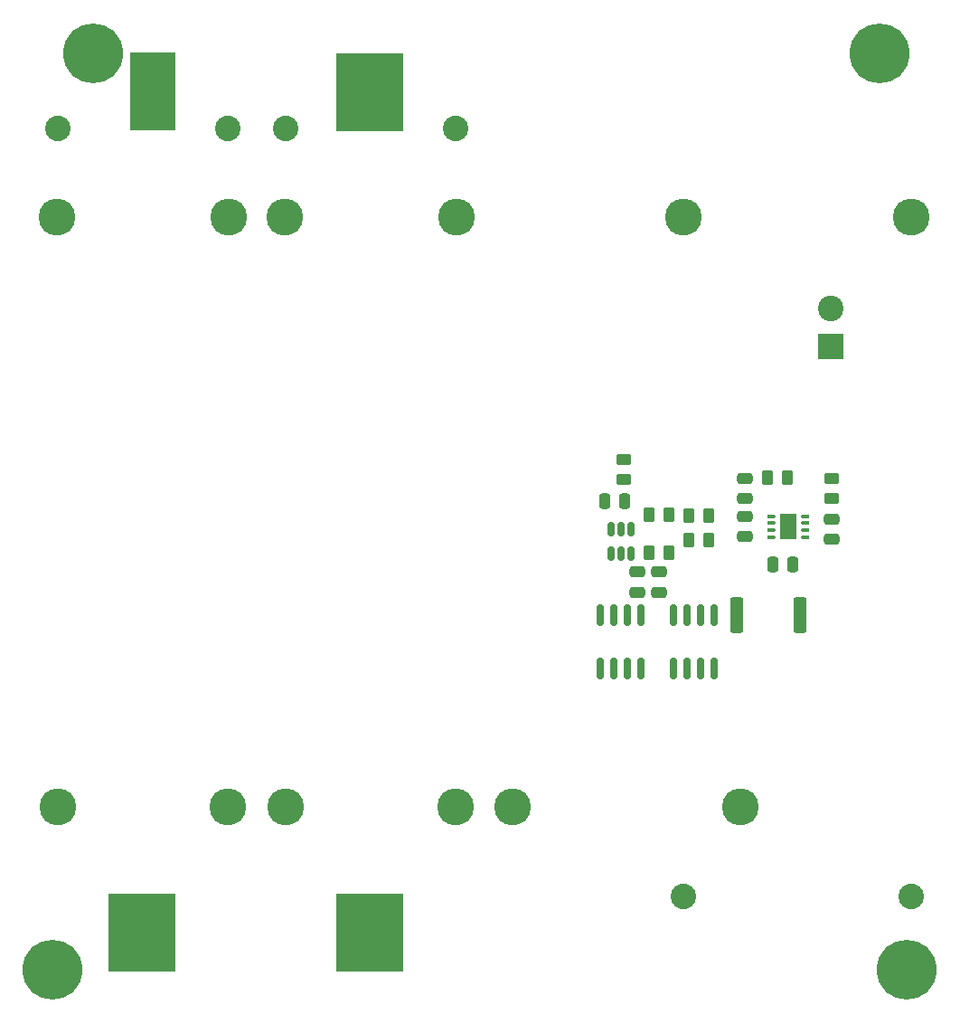
<source format=gbr>
%TF.GenerationSoftware,KiCad,Pcbnew,6.0.9*%
%TF.CreationDate,2022-12-12T20:01:49-05:00*%
%TF.ProjectId,piridium-eps,70697269-6469-4756-9d2d-6570732e6b69,rev?*%
%TF.SameCoordinates,Original*%
%TF.FileFunction,Soldermask,Top*%
%TF.FilePolarity,Negative*%
%FSLAX46Y46*%
G04 Gerber Fmt 4.6, Leading zero omitted, Abs format (unit mm)*
G04 Created by KiCad (PCBNEW 6.0.9) date 2022-12-12 20:01:49*
%MOMM*%
%LPD*%
G01*
G04 APERTURE LIST*
G04 Aperture macros list*
%AMRoundRect*
0 Rectangle with rounded corners*
0 $1 Rounding radius*
0 $2 $3 $4 $5 $6 $7 $8 $9 X,Y pos of 4 corners*
0 Add a 4 corners polygon primitive as box body*
4,1,4,$2,$3,$4,$5,$6,$7,$8,$9,$2,$3,0*
0 Add four circle primitives for the rounded corners*
1,1,$1+$1,$2,$3*
1,1,$1+$1,$4,$5*
1,1,$1+$1,$6,$7*
1,1,$1+$1,$8,$9*
0 Add four rect primitives between the rounded corners*
20,1,$1+$1,$2,$3,$4,$5,0*
20,1,$1+$1,$4,$5,$6,$7,0*
20,1,$1+$1,$6,$7,$8,$9,0*
20,1,$1+$1,$8,$9,$2,$3,0*%
G04 Aperture macros list end*
%ADD10C,5.600000*%
%ADD11RoundRect,0.250000X0.475000X-0.250000X0.475000X0.250000X-0.475000X0.250000X-0.475000X-0.250000X0*%
%ADD12RoundRect,0.250000X0.250000X0.475000X-0.250000X0.475000X-0.250000X-0.475000X0.250000X-0.475000X0*%
%ADD13RoundRect,0.250000X-0.475000X0.250000X-0.475000X-0.250000X0.475000X-0.250000X0.475000X0.250000X0*%
%ADD14RoundRect,0.150000X-0.150000X0.825000X-0.150000X-0.825000X0.150000X-0.825000X0.150000X0.825000X0*%
%ADD15RoundRect,0.250000X-0.262500X-0.450000X0.262500X-0.450000X0.262500X0.450000X-0.262500X0.450000X0*%
%ADD16RoundRect,0.250000X0.262500X0.450000X-0.262500X0.450000X-0.262500X-0.450000X0.262500X-0.450000X0*%
%ADD17RoundRect,0.250000X-0.250000X-0.475000X0.250000X-0.475000X0.250000X0.475000X-0.250000X0.475000X0*%
%ADD18C,2.390000*%
%ADD19C,3.450000*%
%ADD20R,4.318000X7.340000*%
%ADD21R,6.350000X7.340000*%
%ADD22R,2.400000X2.400000*%
%ADD23C,2.400000*%
%ADD24RoundRect,0.250000X-0.450000X0.262500X-0.450000X-0.262500X0.450000X-0.262500X0.450000X0.262500X0*%
%ADD25RoundRect,0.250000X-0.362500X-1.425000X0.362500X-1.425000X0.362500X1.425000X-0.362500X1.425000X0*%
%ADD26RoundRect,0.150000X0.150000X-0.512500X0.150000X0.512500X-0.150000X0.512500X-0.150000X-0.512500X0*%
%ADD27O,0.650000X0.400000*%
%ADD28R,0.300000X0.400000*%
%ADD29R,0.650000X1.000000*%
%ADD30R,1.650000X2.400000*%
G04 APERTURE END LIST*
D10*
%TO.C,MH1*%
X110490000Y-55880000D03*
%TD*%
%TO.C,MH2*%
X184150000Y-55880000D03*
%TD*%
%TO.C,MH3*%
X186690000Y-141610000D03*
%TD*%
%TO.C,MH4*%
X106680000Y-141610000D03*
%TD*%
D11*
%TO.C,C7*%
X161417000Y-106295000D03*
X161417000Y-104395000D03*
%TD*%
D12*
%TO.C,C6*%
X160269000Y-97725000D03*
X158369000Y-97725000D03*
%TD*%
D13*
%TO.C,C1*%
X179646500Y-99444500D03*
X179646500Y-101344500D03*
%TD*%
D14*
%TO.C,Q2*%
X168656000Y-108458000D03*
X167386000Y-108458000D03*
X166116000Y-108458000D03*
X164846000Y-108458000D03*
X164846000Y-113408000D03*
X166116000Y-113408000D03*
X167386000Y-113408000D03*
X168656000Y-113408000D03*
%TD*%
D15*
%TO.C,R7*%
X162536500Y-102551000D03*
X164361500Y-102551000D03*
%TD*%
D13*
%TO.C,C2*%
X171518500Y-95634500D03*
X171518500Y-97534500D03*
%TD*%
D15*
%TO.C,R3*%
X166288000Y-99124500D03*
X168113000Y-99124500D03*
%TD*%
D16*
%TO.C,R5*%
X164361500Y-98995000D03*
X162536500Y-98995000D03*
%TD*%
%TO.C,R2*%
X175479000Y-95568500D03*
X173654000Y-95568500D03*
%TD*%
D15*
%TO.C,R4*%
X166288000Y-101410500D03*
X168113000Y-101410500D03*
%TD*%
D17*
%TO.C,C4*%
X174124500Y-103696500D03*
X176024500Y-103696500D03*
%TD*%
D18*
%TO.C,BT6*%
X123062000Y-62876000D03*
D19*
X123062000Y-126406000D03*
X107062000Y-71206000D03*
D20*
X116078000Y-59436000D03*
D21*
X115062000Y-138136000D03*
%TD*%
D14*
%TO.C,Q1*%
X161798000Y-108458000D03*
X160528000Y-108458000D03*
X159258000Y-108458000D03*
X157988000Y-108458000D03*
X157988000Y-113408000D03*
X159258000Y-113408000D03*
X160528000Y-113408000D03*
X161798000Y-113408000D03*
%TD*%
D22*
%TO.C,J1*%
X179578000Y-83256000D03*
D23*
X179578000Y-79756000D03*
%TD*%
D13*
%TO.C,C3*%
X171518500Y-99190500D03*
X171518500Y-101090500D03*
%TD*%
D24*
%TO.C,R1*%
X179646500Y-95672000D03*
X179646500Y-97497000D03*
%TD*%
D13*
%TO.C,C5*%
X163449000Y-104395000D03*
X163449000Y-106295000D03*
%TD*%
D19*
%TO.C,BT5*%
X128398000Y-71206000D03*
D18*
X144398000Y-62876000D03*
D19*
X144398000Y-126406000D03*
D21*
X136398000Y-59476000D03*
X136398000Y-138136000D03*
%TD*%
D24*
%TO.C,R6*%
X160147000Y-93868000D03*
X160147000Y-95693000D03*
%TD*%
D25*
%TO.C,R8*%
X170773500Y-108458000D03*
X176698500Y-108458000D03*
%TD*%
D26*
%TO.C,U2*%
X158943000Y-102672500D03*
X159893000Y-102672500D03*
X160843000Y-102672500D03*
X160843000Y-100397500D03*
X159893000Y-100397500D03*
X158943000Y-100397500D03*
%TD*%
D27*
%TO.C,U1*%
X174032500Y-99165500D03*
D28*
X173832500Y-99165500D03*
D27*
X174032500Y-99815500D03*
D28*
X173832500Y-99815500D03*
D27*
X174032500Y-100465500D03*
D28*
X173832500Y-100465500D03*
X173832500Y-101115500D03*
D27*
X174032500Y-101115500D03*
X177132500Y-101115500D03*
D28*
X177332500Y-101115500D03*
D27*
X177132500Y-100465500D03*
D28*
X177332500Y-100465500D03*
X177332500Y-99815500D03*
D27*
X177132500Y-99815500D03*
X177132500Y-99165500D03*
D28*
X177332500Y-99165500D03*
D29*
X176032500Y-99515500D03*
D30*
X175582500Y-100140500D03*
D29*
X176032500Y-100765500D03*
X175132500Y-99515500D03*
X175132500Y-100765500D03*
%TD*%
D18*
%TO.C,BT3*%
X187070000Y-134736000D03*
D19*
X171070000Y-126406000D03*
X187070000Y-71206000D03*
%TD*%
%TO.C,BT2*%
X123132000Y-71206000D03*
X107132000Y-126406000D03*
D18*
X107132000Y-62876000D03*
%TD*%
%TO.C,BT4*%
X128468000Y-62876000D03*
D19*
X128468000Y-126406000D03*
X144468000Y-71206000D03*
%TD*%
%TO.C,BT1*%
X149734000Y-126406000D03*
X165734000Y-71206000D03*
D18*
X165734000Y-134736000D03*
%TD*%
M02*

</source>
